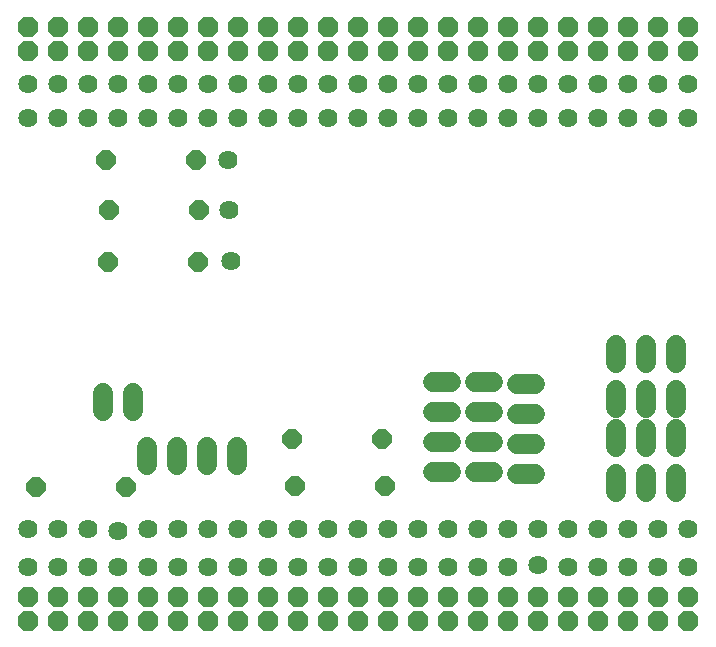
<source format=gbr>
G04 EAGLE Gerber RS-274X export*
G75*
%MOMM*%
%FSLAX34Y34*%
%LPD*%
%INSoldermask Top*%
%IPPOS*%
%AMOC8*
5,1,8,0,0,1.08239X$1,22.5*%
G01*
%ADD10P,1.869504X8X22.500000*%
%ADD11P,1.759533X8X202.500000*%
%ADD12C,1.625600*%
%ADD13C,1.727200*%
%ADD14P,1.759533X8X22.500000*%


D10*
X50800Y40640D03*
X50800Y60960D03*
X76200Y40640D03*
X76200Y60960D03*
X101600Y40640D03*
X101600Y60960D03*
X127000Y40640D03*
X127000Y60960D03*
X152400Y40640D03*
X152400Y60960D03*
X177800Y40640D03*
X177800Y60960D03*
X203200Y40640D03*
X203200Y60960D03*
X228600Y40640D03*
X228600Y60960D03*
X254000Y40640D03*
X254000Y60960D03*
X279400Y40640D03*
X279400Y60960D03*
X304800Y40640D03*
X304800Y60960D03*
X330200Y40640D03*
X330200Y60960D03*
X355600Y40640D03*
X355600Y60960D03*
X381000Y40640D03*
X381000Y60960D03*
X406400Y40640D03*
X406400Y60960D03*
X431800Y40640D03*
X431800Y60960D03*
X457200Y40640D03*
X457200Y60960D03*
X482600Y40640D03*
X482600Y60960D03*
X508000Y40640D03*
X508000Y60960D03*
X533400Y40640D03*
X533400Y60960D03*
X558800Y40640D03*
X558800Y60960D03*
X584200Y40640D03*
X584200Y60960D03*
X609600Y40640D03*
X609600Y60960D03*
D11*
X194310Y344170D03*
X118110Y344170D03*
D12*
X406400Y466090D03*
X431800Y466090D03*
X457200Y466090D03*
X482600Y466090D03*
X508000Y466090D03*
X533400Y466090D03*
X558800Y466090D03*
X584200Y466090D03*
X609600Y466090D03*
D13*
X139700Y233680D02*
X139700Y218440D01*
X114300Y218440D02*
X114300Y233680D01*
D11*
X193040Y430530D03*
X116840Y430530D03*
D12*
X222250Y345440D03*
X219710Y430530D03*
X220980Y388620D03*
D11*
X195580Y388620D03*
X119380Y388620D03*
D13*
X227330Y187960D02*
X227330Y172720D01*
X201930Y172720D02*
X201930Y187960D01*
X176530Y187960D02*
X176530Y172720D01*
X151130Y172720D02*
X151130Y187960D01*
D11*
X133350Y153670D03*
X57150Y153670D03*
D14*
X274320Y194310D03*
X350520Y194310D03*
X276860Y154940D03*
X353060Y154940D03*
D12*
X50800Y118110D03*
X76200Y118110D03*
X101600Y118110D03*
D10*
X50800Y523240D03*
X50800Y543560D03*
X76200Y523240D03*
X76200Y543560D03*
X101600Y523240D03*
X101600Y543560D03*
X127000Y523240D03*
X127000Y543560D03*
X152400Y523240D03*
X152400Y543560D03*
X177800Y523240D03*
X177800Y543560D03*
X203200Y523240D03*
X203200Y543560D03*
X228600Y523240D03*
X228600Y543560D03*
X254000Y523240D03*
X254000Y543560D03*
X279400Y523240D03*
X279400Y543560D03*
X304800Y523240D03*
X304800Y543560D03*
X330200Y523240D03*
X330200Y543560D03*
X355600Y523240D03*
X355600Y543560D03*
X381000Y523240D03*
X381000Y543560D03*
X406400Y523240D03*
X406400Y543560D03*
X431800Y523240D03*
X431800Y543560D03*
X457200Y523240D03*
X457200Y543560D03*
X482600Y523240D03*
X482600Y543560D03*
X508000Y523240D03*
X508000Y543560D03*
X533400Y523240D03*
X533400Y543560D03*
X558800Y523240D03*
X558800Y543560D03*
X584200Y523240D03*
X584200Y543560D03*
X609600Y523240D03*
X609600Y543560D03*
D12*
X127000Y116840D03*
X152400Y118110D03*
X177800Y118110D03*
X203200Y118110D03*
X228600Y118110D03*
X254000Y118110D03*
X279400Y118110D03*
X304800Y118110D03*
X330200Y118110D03*
X355600Y118110D03*
D13*
X464820Y165100D02*
X480060Y165100D01*
X480060Y190500D02*
X464820Y190500D01*
X464820Y215900D02*
X480060Y215900D01*
X480060Y241300D02*
X464820Y241300D01*
D12*
X381000Y118110D03*
X406400Y118110D03*
X431800Y118110D03*
X457200Y118110D03*
X482600Y118110D03*
X508000Y118110D03*
X533400Y118110D03*
X558800Y118110D03*
X584200Y118110D03*
X609600Y118110D03*
D13*
X444500Y166370D02*
X429260Y166370D01*
X429260Y191770D02*
X444500Y191770D01*
X444500Y217170D02*
X429260Y217170D01*
X429260Y242570D02*
X444500Y242570D01*
D12*
X50800Y86360D03*
X76200Y86360D03*
X101600Y86360D03*
X127000Y86360D03*
X152400Y86360D03*
X177800Y86360D03*
X203200Y86360D03*
X228600Y86360D03*
X254000Y86360D03*
X279400Y86360D03*
D13*
X393700Y166370D02*
X408940Y166370D01*
X408940Y191770D02*
X393700Y191770D01*
X393700Y217170D02*
X408940Y217170D01*
X408940Y242570D02*
X393700Y242570D01*
D12*
X304800Y86360D03*
X330200Y86360D03*
X355600Y86360D03*
X381000Y86360D03*
X406400Y86360D03*
X431800Y86360D03*
X457200Y86360D03*
X482600Y87630D03*
X508000Y86360D03*
X533400Y86360D03*
D13*
X548640Y259080D02*
X548640Y274320D01*
X574040Y274320D02*
X574040Y259080D01*
X599440Y259080D02*
X599440Y274320D01*
D12*
X558800Y86360D03*
X584200Y86360D03*
X609600Y86360D03*
X50800Y495300D03*
X76200Y495300D03*
X101600Y495300D03*
X127000Y495300D03*
X152400Y495300D03*
X177800Y495300D03*
X203200Y495300D03*
D13*
X548640Y236220D02*
X548640Y220980D01*
X574040Y220980D02*
X574040Y236220D01*
X599440Y236220D02*
X599440Y220980D01*
D12*
X228600Y495300D03*
X254000Y495300D03*
X279400Y495300D03*
X304800Y495300D03*
X330200Y495300D03*
X355600Y495300D03*
X381000Y495300D03*
X406400Y495300D03*
X431800Y495300D03*
X457200Y495300D03*
D13*
X548640Y203200D02*
X548640Y187960D01*
X574040Y187960D02*
X574040Y203200D01*
X599440Y203200D02*
X599440Y187960D01*
D12*
X482600Y495300D03*
X508000Y495300D03*
X533400Y495300D03*
X558800Y495300D03*
X584200Y495300D03*
X609600Y495300D03*
X50800Y466090D03*
X76200Y466090D03*
X101600Y466090D03*
X127000Y466090D03*
D13*
X548640Y165100D02*
X548640Y149860D01*
X574040Y149860D02*
X574040Y165100D01*
X599440Y165100D02*
X599440Y149860D01*
D12*
X152400Y466090D03*
X177800Y466090D03*
X203200Y466090D03*
X228600Y466090D03*
X254000Y466090D03*
X279400Y466090D03*
X304800Y466090D03*
X330200Y466090D03*
X355600Y466090D03*
X381000Y466090D03*
M02*

</source>
